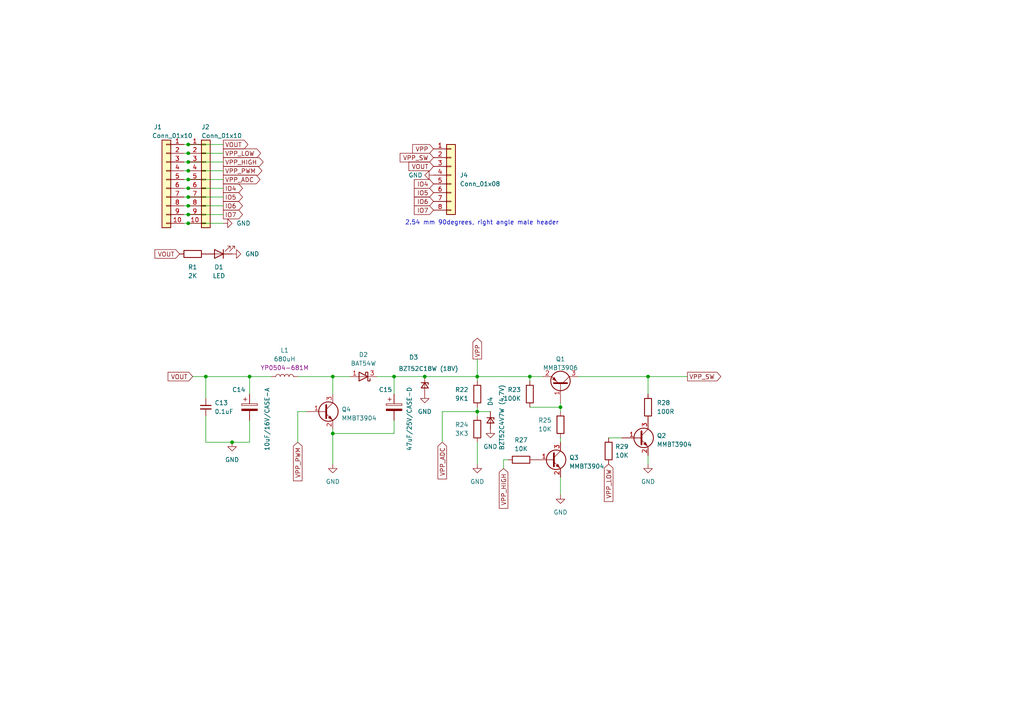
<source format=kicad_sch>
(kicad_sch (version 20231120) (generator "eeschema") (generator_version "8.0")
  (paper "A4")
  (lib_symbols
    (symbol "Connector_Generic:Conn_01x08" (pin_names (offset 1.016) hide)
      (property "Reference" "J" (at 0 10.16 0))
      (property "Value" "Conn_01x08" (at 0 -12.7 0))
      (symbol "Conn_01x08_1_1"
        (rectangle (start -1.27 -10.033) (end 0 -10.287) (stroke (width 0.1524)))
        (rectangle (start -1.27 -7.493) (end 0 -7.747) (stroke (width 0.1524)))
        (rectangle (start -1.27 -4.953) (end 0 -5.207) (stroke (width 0.1524)))
        (rectangle (start -1.27 -2.413) (end 0 -2.667) (stroke (width 0.1524)))
        (rectangle (start -1.27 0.127) (end 0 -0.127) (stroke (width 0.1524)))
        (rectangle (start -1.27 2.667) (end 0 2.413) (stroke (width 0.1524)))
        (rectangle (start -1.27 5.207) (end 0 4.953) (stroke (width 0.1524)))
        (rectangle (start -1.27 7.747) (end 0 7.493) (stroke (width 0.1524)))
        (rectangle (start -1.27 8.89) (end 1.27 -11.43) (stroke (width 0.254)) (fill (type background)))
        (pin passive line (at -5.08 7.62 0) (length 3.81) (name "Pin_1") (number "1"))
        (pin passive line (at -5.08 5.08 0) (length 3.81) (name "Pin_2") (number "2"))
        (pin passive line (at -5.08 2.54 0) (length 3.81) (name "Pin_3") (number "3"))
        (pin passive line (at -5.08 0 0) (length 3.81) (name "Pin_4") (number "4"))
        (pin passive line (at -5.08 -2.54 0) (length 3.81) (name "Pin_5") (number "5"))
        (pin passive line (at -5.08 -5.08 0) (length 3.81) (name "Pin_6") (number "6"))
        (pin passive line (at -5.08 -7.62 0) (length 3.81) (name "Pin_7") (number "7"))
        (pin passive line (at -5.08 -10.16 0) (length 3.81) (name "Pin_8") (number "8"))
      )
    )
    (symbol "Connector_Generic:Conn_01x10" (pin_names (offset 1.016) hide)
      (property "Reference" "J" (at 0 12.7 0))
      (property "Value" "Conn_01x10" (at 0 -15.24 0))
      (symbol "Conn_01x10_1_1"
        (rectangle (start -1.27 -12.573) (end 0 -12.827) (stroke (width 0.1524)))
        (rectangle (start -1.27 -10.033) (end 0 -10.287) (stroke (width 0.1524)))
        (rectangle (start -1.27 -7.493) (end 0 -7.747) (stroke (width 0.1524)))
        (rectangle (start -1.27 -4.953) (end 0 -5.207) (stroke (width 0.1524)))
        (rectangle (start -1.27 -2.413) (end 0 -2.667) (stroke (width 0.1524)))
        (rectangle (start -1.27 0.127) (end 0 -0.127) (stroke (width 0.1524)))
        (rectangle (start -1.27 2.667) (end 0 2.413) (stroke (width 0.1524)))
        (rectangle (start -1.27 5.207) (end 0 4.953) (stroke (width 0.1524)))
        (rectangle (start -1.27 7.747) (end 0 7.493) (stroke (width 0.1524)))
        (rectangle (start -1.27 10.287) (end 0 10.033) (stroke (width 0.1524)))
        (rectangle (start -1.27 11.43) (end 1.27 -13.97) (stroke (width 0.254)) (fill (type background)))
        (pin passive line (at -5.08 10.16 0) (length 3.81) (name "Pin_1") (number "1"))
        (pin passive line (at -5.08 -12.7 0) (length 3.81) (name "Pin_10") (number "10"))
        (pin passive line (at -5.08 7.62 0) (length 3.81) (name "Pin_2") (number "2"))
        (pin passive line (at -5.08 5.08 0) (length 3.81) (name "Pin_3") (number "3"))
        (pin passive line (at -5.08 2.54 0) (length 3.81) (name "Pin_4") (number "4"))
        (pin passive line (at -5.08 0 0) (length 3.81) (name "Pin_5") (number "5"))
        (pin passive line (at -5.08 -2.54 0) (length 3.81) (name "Pin_6") (number "6"))
        (pin passive line (at -5.08 -5.08 0) (length 3.81) (name "Pin_7") (number "7"))
        (pin passive line (at -5.08 -7.62 0) (length 3.81) (name "Pin_8") (number "8"))
        (pin passive line (at -5.08 -10.16 0) (length 3.81) (name "Pin_9") (number "9"))
      )
    )
    (symbol "Device:C_Polarized" (pin_numbers hide) (pin_names (offset 0.254))
      (property "Reference" "C" (at 0.635 2.54 0))
      (property "Value" "C_Polarized" (at 0.635 -2.54 0))
      (symbol "C_Polarized_0_1"
        (rectangle (start -2.286 0.508) (end 2.286 1.016))
        (polyline (pts (xy -1.778 2.286) (xy -0.762 2.286)))
        (polyline (pts (xy -1.27 2.794) (xy -1.27 1.778)))
        (rectangle (start 2.286 -0.508) (end -2.286 -1.016) (fill (type outline)))
      )
      (symbol "C_Polarized_1_1"
        (pin passive line (at 0 3.81 270) (length 2.794) (name "~") (number "1"))
        (pin passive line (at 0 -3.81 90) (length 2.794) (name "~") (number "2"))
      )
    )
    (symbol "Device:C_Small" (pin_numbers hide) (pin_names (offset 0.254) hide)
      (property "Reference" "C" (at 0.254 1.778 0))
      (property "Value" "C_Small" (at 0.254 -2.032 0))
      (symbol "C_Small_0_1"
        (polyline (pts (xy -1.524 -0.508) (xy 1.524 -0.508)) (stroke (width 0.3302)))
        (polyline (pts (xy -1.524 0.508) (xy 1.524 0.508)) (stroke (width 0.3048)))
      )
      (symbol "C_Small_1_1"
        (pin passive line (at 0 2.54 270) (length 2.032) (name "~") (number "1"))
        (pin passive line (at 0 -2.54 90) (length 2.032) (name "~") (number "2"))
      )
    )
    (symbol "Device:D_Zener_Small" (pin_numbers hide) (pin_names (offset 0.254) hide)
      (property "Reference" "D" (at 0 2.286 0))
      (property "Value" "D_Zener_Small" (at 0 -2.286 0))
      (symbol "D_Zener_Small_0_1"
        (polyline (pts (xy 0.762 0) (xy -0.762 0)))
        (polyline (pts (xy -0.254 1.016) (xy -0.762 1.016) (xy -0.762 -1.016)) (stroke (width 0.254)))
        (polyline (pts (xy 0.762 1.016) (xy -0.762 0) (xy 0.762 -1.016) (xy 0.762 1.016)) (stroke (width 0.254)))
      )
      (symbol "D_Zener_Small_1_1"
        (pin passive line (at -2.54 0 0) (length 1.778) (name "K") (number "1"))
        (pin passive line (at 2.54 0 180) (length 1.778) (name "A") (number "2"))
      )
    )
    (symbol "Device:L" (pin_numbers hide) (pin_names (offset 1.016) hide)
      (property "Reference" "L" (at -1.27 0 90))
      (property "Value" "L" (at 1.905 0 90))
      (symbol "L_0_1"
        (arc (start 0 -2.54) (mid 0.6323 -1.905) (end 0 -1.27))
        (arc (start 0 -1.27) (mid 0.6323 -0.635) (end 0 0))
        (arc (start 0 0) (mid 0.6323 0.635) (end 0 1.27))
        (arc (start 0 1.27) (mid 0.6323 1.905) (end 0 2.54))
      )
      (symbol "L_1_1"
        (pin passive line (at 0 3.81 270) (length 1.27) (name "1") (number "1"))
        (pin passive line (at 0 -3.81 90) (length 1.27) (name "2") (number "2"))
      )
    )
    (symbol "Device:LED" (pin_numbers hide) (pin_names (offset 1.016) hide)
      (property "Reference" "D" (at 0 2.54 0))
      (property "Value" "LED" (at 0 -2.54 0))
      (symbol "LED_0_1"
        (polyline (pts (xy -1.27 -1.27) (xy -1.27 1.27)) (stroke (width 0.254)))
        (polyline (pts (xy -1.27 0) (xy 1.27 0)))
        (polyline (pts (xy 1.27 -1.27) (xy 1.27 1.27) (xy -1.27 0) (xy 1.27 -1.27)) (stroke (width 0.254)))
        (polyline (pts (xy -3.048 -0.762) (xy -4.572 -2.286) (xy -3.81 -2.286) (xy -4.572 -2.286) (xy -4.572 -1.524)))
        (polyline (pts (xy -1.778 -0.762) (xy -3.302 -2.286) (xy -2.54 -2.286) (xy -3.302 -2.286) (xy -3.302 -1.524)))
      )
      (symbol "LED_1_1"
        (pin passive line (at -3.81 0 0) (length 2.54) (name "K") (number "1"))
        (pin passive line (at 3.81 0 180) (length 2.54) (name "A") (number "2"))
      )
    )
    (symbol "Device:R" (pin_numbers hide) (pin_names (offset 0))
      (property "Reference" "R" (at 2.032 0 90))
      (property "Value" "R" (at 0 0 90))
      (symbol "R_0_1"
        (rectangle (start -1.016 -2.54) (end 1.016 2.54) (stroke (width 0.254)))
      )
      (symbol "R_1_1"
        (pin passive line (at 0 3.81 270) (length 1.27) (name "~") (number "1"))
        (pin passive line (at 0 -3.81 90) (length 1.27) (name "~") (number "2"))
      )
    )
    (symbol "Diode:BAT54W" (pin_names (offset 1.016) hide)
      (property "Reference" "D" (at 0 2.54 0))
      (property "Value" "BAT54W" (at 0 -2.54 0))
      (symbol "BAT54W_0_1"
        (polyline (pts (xy 1.27 0) (xy -1.27 0)))
        (polyline (pts (xy 1.27 1.27) (xy 1.27 -1.27) (xy -1.27 0) (xy 1.27 1.27)) (stroke (width 0.254)))
        (polyline (pts (xy -1.905 0.635) (xy -1.905 1.27) (xy -1.27 1.27) (xy -1.27 -1.27) (xy -0.635 -1.27) (xy -0.635 -0.635)) (stroke (width 0.254)))
      )
      (symbol "BAT54W_1_1"
        (pin passive line (at 3.81 0 180) (length 2.54) (name "A") (number "1"))
        (pin no_connect line (at 0 0 90) (length 2.54) hide (name "NC") (number "2"))
        (pin passive line (at -3.81 0 0) (length 2.54) (name "K") (number "3"))
      )
    )
    (symbol "MMBT3904_1" (pin_names (offset 0) hide)
      (property "Reference" "Q" (at 5.08 1.905 0))
      (property "Value" "MMBT3904" (at 5.08 0 0))
      (symbol "MMBT3904_1_0_1"
        (polyline (pts (xy 0.635 0.635) (xy 2.54 2.54)))
        (polyline (pts (xy 0.635 -0.635) (xy 2.54 -2.54) (xy 2.54 -2.54)))
        (polyline (pts (xy 0.635 1.905) (xy 0.635 -1.905) (xy 0.635 -1.905)) (stroke (width 0.508)))
        (polyline (pts (xy 1.27 -1.778) (xy 1.778 -1.27) (xy 2.286 -2.286) (xy 1.27 -1.778) (xy 1.27 -1.778)) (fill (type outline)))
        (circle (center 1.27 0) (radius 2.8194) (stroke (width 0.254)))
      )
      (symbol "MMBT3904_1_1_1"
        (pin input line (at -5.08 0 0) (length 5.715) (name "B") (number "1"))
        (pin passive line (at 2.54 -5.08 90) (length 2.54) (name "E") (number "2"))
        (pin passive line (at 2.54 5.08 270) (length 2.54) (name "C") (number "3"))
      )
    )
    (symbol "MMBT3906_1" (pin_names (offset 0) hide)
      (property "Reference" "Q" (at 5.08 1.905 0))
      (property "Value" "MMBT3906" (at 5.08 0 0))
      (symbol "MMBT3906_1_0_1"
        (polyline (pts (xy 0.635 0.635) (xy 2.54 2.54)))
        (polyline (pts (xy 0.635 -0.635) (xy 2.54 -2.54) (xy 2.54 -2.54)))
        (polyline (pts (xy 0.635 1.905) (xy 0.635 -1.905) (xy 0.635 -1.905)) (stroke (width 0.508)))
        (polyline (pts (xy 2.286 -1.778) (xy 1.778 -2.286) (xy 1.27 -1.27) (xy 2.286 -1.778) (xy 2.286 -1.778)) (fill (type outline)))
        (circle (center 1.27 0) (radius 2.8194) (stroke (width 0.254)))
      )
      (symbol "MMBT3906_1_1_1"
        (pin input line (at -5.08 0 0) (length 5.715) (name "B") (number "1"))
        (pin passive line (at 2.54 -5.08 90) (length 2.54) (name "E") (number "2"))
        (pin passive line (at 2.54 5.08 270) (length 2.54) (name "C") (number "3"))
      )
    )
    (symbol "power:GND" (power) (pin_names (offset 0))
      (property "Value" "GND" (at 0 -3.81 0))
      (symbol "GND_0_1"
        (polyline (pts (xy 0 0) (xy 0 -1.27) (xy 1.27 -1.27) (xy 0 -2.54) (xy -1.27 -1.27) (xy 0 -1.27)))
      )
      (symbol "GND_1_1"
        (pin power_in line (at 0 0 270) (length 0) hide (name "GND") (number "1"))
      )
    )
  )
  (junction (at 187.96 109.22))
  (junction (at 59.69 109.22))
  (junction (at 54.61 46.99))
  (junction (at 138.43 119.38))
  (junction (at 138.43 109.22))
  (junction (at 54.61 44.45))
  (junction (at 54.61 52.07))
  (junction (at 54.61 41.91))
  (junction (at 162.56 118.11))
  (junction (at 67.31 128.27))
  (junction (at 96.52 109.22))
  (junction (at 54.61 64.77))
  (junction (at 54.61 62.23))
  (junction (at 72.39 109.22))
  (junction (at 54.61 57.15))
  (junction (at 54.61 54.61))
  (junction (at 54.61 49.53))
  (junction (at 153.67 109.22))
  (junction (at 114.3 109.22))
  (junction (at 96.52 125.73))
  (junction (at 54.61 59.69))
  (junction (at 123.19 109.22))
  (wire (pts (xy 96.52 125.73) (xy 96.52 124.46)))
  (wire (pts (xy 123.19 109.22) (xy 138.43 109.22)))
  (wire (pts (xy 138.43 119.38) (xy 138.43 118.11)))
  (wire (pts (xy 54.61 46.99) (xy 64.77 46.99)))
  (wire (pts (xy 54.61 44.45) (xy 64.77 44.45)))
  (wire (pts (xy 54.61 62.23) (xy 53.34 62.23)))
  (wire (pts (xy 114.3 121.92) (xy 114.3 125.73)))
  (wire (pts (xy 54.61 57.15) (xy 64.77 57.15)))
  (wire (pts (xy 187.96 114.3) (xy 187.96 109.22)))
  (wire (pts (xy 54.61 64.77) (xy 53.34 64.77)))
  (wire (pts (xy 86.36 128.27) (xy 86.36 119.38)))
  (wire (pts (xy 53.34 41.91) (xy 54.61 41.91)))
  (wire (pts (xy 86.36 119.38) (xy 88.9 119.38)))
  (wire (pts (xy 54.61 52.07) (xy 53.34 52.07)))
  (wire (pts (xy 96.52 114.3) (xy 96.52 109.22)))
  (wire (pts (xy 138.43 134.62) (xy 138.43 128.27)))
  (wire (pts (xy 138.43 119.38) (xy 142.24 119.38)))
  (wire (pts (xy 54.61 64.77) (xy 64.77 64.77)))
  (wire (pts (xy 59.69 109.22) (xy 72.39 109.22)))
  (wire (pts (xy 54.61 49.53) (xy 53.34 49.53)))
  (wire (pts (xy 138.43 119.38) (xy 138.43 120.65)))
  (wire (pts (xy 54.61 54.61) (xy 53.34 54.61)))
  (wire (pts (xy 146.05 133.35) (xy 147.32 133.35)))
  (wire (pts (xy 54.61 52.07) (xy 64.77 52.07)))
  (wire (pts (xy 67.31 128.27) (xy 72.39 128.27)))
  (wire (pts (xy 54.61 46.99) (xy 53.34 46.99)))
  (wire (pts (xy 153.67 109.22) (xy 157.48 109.22)))
  (wire (pts (xy 109.22 109.22) (xy 114.3 109.22)))
  (wire (pts (xy 167.64 109.22) (xy 187.96 109.22)))
  (wire (pts (xy 72.39 109.22) (xy 78.74 109.22)))
  (wire (pts (xy 162.56 127) (xy 162.56 128.27)))
  (wire (pts (xy 153.67 110.49) (xy 153.67 109.22)))
  (wire (pts (xy 138.43 104.14) (xy 138.43 109.22)))
  (wire (pts (xy 54.61 59.69) (xy 64.77 59.69)))
  (wire (pts (xy 54.61 62.23) (xy 64.77 62.23)))
  (wire (pts (xy 128.27 119.38) (xy 138.43 119.38)))
  (wire (pts (xy 138.43 110.49) (xy 138.43 109.22)))
  (wire (pts (xy 54.61 44.45) (xy 53.34 44.45)))
  (wire (pts (xy 176.53 127) (xy 180.34 127)))
  (wire (pts (xy 86.36 109.22) (xy 96.52 109.22)))
  (wire (pts (xy 101.6 109.22) (xy 96.52 109.22)))
  (wire (pts (xy 54.61 57.15) (xy 53.34 57.15)))
  (wire (pts (xy 96.52 134.62) (xy 96.52 125.73)))
  (wire (pts (xy 146.05 135.89) (xy 146.05 133.35)))
  (wire (pts (xy 59.69 128.27) (xy 59.69 120.65)))
  (wire (pts (xy 54.61 41.91) (xy 64.77 41.91)))
  (wire (pts (xy 59.69 128.27) (xy 67.31 128.27)))
  (wire (pts (xy 199.39 109.22) (xy 187.96 109.22)))
  (wire (pts (xy 114.3 109.22) (xy 114.3 114.3)))
  (wire (pts (xy 187.96 132.08) (xy 187.96 134.62)))
  (wire (pts (xy 72.39 109.22) (xy 72.39 114.3)))
  (wire (pts (xy 162.56 138.43) (xy 162.56 143.51)))
  (wire (pts (xy 55.88 109.22) (xy 59.69 109.22)))
  (wire (pts (xy 162.56 118.11) (xy 162.56 119.38)))
  (wire (pts (xy 162.56 118.11) (xy 162.56 116.84)))
  (wire (pts (xy 53.34 59.69) (xy 54.61 59.69)))
  (wire (pts (xy 59.69 115.57) (xy 59.69 109.22)))
  (wire (pts (xy 72.39 121.92) (xy 72.39 128.27)))
  (wire (pts (xy 153.67 118.11) (xy 162.56 118.11)))
  (wire (pts (xy 114.3 109.22) (xy 123.19 109.22)))
  (wire (pts (xy 96.52 125.73) (xy 114.3 125.73)))
  (wire (pts (xy 54.61 49.53) (xy 64.77 49.53)))
  (wire (pts (xy 128.27 128.27) (xy 128.27 119.38)))
  (wire (pts (xy 138.43 109.22) (xy 153.67 109.22)))
  (wire (pts (xy 54.61 54.61) (xy 64.77 54.61)))
  (text "2.54 mm 90degrees, right angle male header" (at 117.475 65.405 0) (effects (font (size 1.27 1.27)) (justify left bottom)))
  (global_label "IO4" (shape output) (at 64.77 54.61 0) (property "Intersheetrefs" "${INTERSHEET_REFS}" (effects (hide yes))))
  (global_label "IO7" (shape input) (at 125.73 60.96 180) (property "Intersheetrefs" "${INTERSHEET_REFS}" (effects (hide yes))))
  (global_label "VOUT" (shape input) (at 55.88 109.22 180) (property "Intersheetrefs" "${INTERSHEET_REFS}" (effects (hide yes))))
  (global_label "VPP" (shape output) (at 138.43 104.14 90) (property "Intersheetrefs" "${INTERSHEET_REFS}" (effects (hide yes))))
  (global_label "IO7" (shape output) (at 64.77 62.23 0) (property "Intersheetrefs" "${INTERSHEET_REFS}" (effects (hide yes))))
  (global_label "VPP_SW" (shape output) (at 199.39 109.22 0) (property "Intersheetrefs" "${INTERSHEET_REFS}" (effects (hide yes))))
  (global_label "VPP_HIGH" (shape output) (at 64.77 46.99 0) (property "Intersheetrefs" "${INTERSHEET_REFS}" (effects (hide yes))))
  (global_label "VPP" (shape input) (at 125.73 43.18 180) (property "Intersheetrefs" "${INTERSHEET_REFS}" (effects (hide yes))))
  (global_label "VOUT" (shape input) (at 125.73 48.26 180) (property "Intersheetrefs" "${INTERSHEET_REFS}" (effects (hide yes))))
  (global_label "IO5" (shape output) (at 64.77 57.15 0) (property "Intersheetrefs" "${INTERSHEET_REFS}" (effects (hide yes))))
  (global_label "VPP_ADC" (shape output) (at 64.77 52.07 0) (property "Intersheetrefs" "${INTERSHEET_REFS}" (effects (hide yes))))
  (global_label "IO5" (shape input) (at 125.73 55.88 180) (property "Intersheetrefs" "${INTERSHEET_REFS}" (effects (hide yes))))
  (global_label "VPP_PWM" (shape input) (at 86.36 128.27 270) (property "Intersheetrefs" "${INTERSHEET_REFS}" (effects (hide yes))))
  (global_label "VPP_ADC" (shape input) (at 128.27 128.27 270) (property "Intersheetrefs" "${INTERSHEET_REFS}" (effects (hide yes))))
  (global_label "VPP_LOW" (shape output) (at 64.77 44.45 0) (property "Intersheetrefs" "${INTERSHEET_REFS}" (effects (hide yes))))
  (global_label "IO4" (shape input) (at 125.73 53.34 180) (property "Intersheetrefs" "${INTERSHEET_REFS}" (effects (hide yes))))
  (global_label "VPP_LOW" (shape input) (at 176.53 134.62 270) (property "Intersheetrefs" "${INTERSHEET_REFS}" (effects (hide yes))))
  (global_label "VPP_PWM" (shape output) (at 64.77 49.53 0) (property "Intersheetrefs" "${INTERSHEET_REFS}" (effects (hide yes))))
  (global_label "IO6" (shape output) (at 64.77 59.69 0) (property "Intersheetrefs" "${INTERSHEET_REFS}" (effects (hide yes))))
  (global_label "VPP_HIGH" (shape input) (at 146.05 135.89 270) (property "Intersheetrefs" "${INTERSHEET_REFS}" (effects (hide yes))))
  (global_label "VPP_SW" (shape input) (at 125.73 45.72 180) (property "Intersheetrefs" "${INTERSHEET_REFS}" (effects (hide yes))))
  (global_label "VOUT" (shape input) (at 52.07 73.66 180) (property "Intersheetrefs" "${INTERSHEET_REFS}" (effects (hide yes))))
  (global_label "VOUT" (shape output) (at 64.77 41.91 0) (property "Intersheetrefs" "${INTERSHEET_REFS}" (effects (hide yes))))
  (global_label "IO6" (shape input) (at 125.73 58.42 180) (property "Intersheetrefs" "${INTERSHEET_REFS}" (effects (hide yes))))
  (symbol (lib_id "power:GND") (at 125.73 50.8 270) (unit 1)
    (property "Reference" "#PWR08" (effects (hide yes)))
    (property "Value" "GND" (at 122.555 50.8 90) (effects (justify right)))
  )
  (symbol (lib_name "MMBT3904_1") (lib_id "Transistor_BJT:MMBT3904") (at 185.42 127 0) (unit 1)
    (property "Reference" "Q2" (at 190.5 126.365 0) (effects (justify left)))
    (property "Value" "MMBT3904" (at 190.5 128.905 0) (effects (justify left)))
    (property "Footprint" "Package_TO_SOT_SMD:SOT-23" (effects (hide yes)))
    (property "Datasheet" "https://www.onsemi.com/pub/Collateral/2N3903-D.PDF" (effects (hide yes)))
  )
  (symbol (lib_id "Device:D_Zener_Small") (at 142.24 121.92 270) (unit 1)
    (property "Reference" "D4" (at 142.24 115.062 0) (effects (justify left)))
    (property "Value" "BZT52C4V7W (4.7V)" (at 145.542 111.506 0) (effects (justify left)))
    (property "Footprint" "Diode_SMD:D_SOD-123" (effects (hide yes)))
    (property "Description" "Zener diode, small symbol" (effects (hide yes)))
  )
  (symbol (lib_name "MMBT3904_1") (lib_id "Transistor_BJT:MMBT3904") (at 160.02 133.35 0) (unit 1)
    (property "Reference" "Q3" (at 165.1 132.715 0) (effects (justify left)))
    (property "Value" "MMBT3904" (at 165.1 135.255 0) (effects (justify left)))
    (property "Footprint" "Package_TO_SOT_SMD:SOT-23" (effects (hide yes)))
    (property "Datasheet" "https://www.onsemi.com/pub/Collateral/2N3903-D.PDF" (effects (hide yes)))
  )
  (symbol (lib_id "Device:D_Zener_Small") (at 123.19 111.76 270) (unit 1)
    (property "Reference" "D3" (at 118.618 103.632 90) (effects (justify left)))
    (property "Value" "BZT52C18W (18V)" (at 115.57 106.934 90) (effects (justify left)))
    (property "Footprint" "Diode_SMD:D_SOD-123" (effects (hide yes)))
    (property "Description" "Zener diode, small symbol" (effects (hide yes)))
  )
  (symbol (lib_id "Device:R") (at 138.43 124.46 0) (unit 1)
    (property "Reference" "R24" (at 135.89 123.19 0) (effects (justify right)))
    (property "Value" "3K3" (at 135.89 125.73 0) (effects (justify right)))
    (property "Footprint" "Resistor_SMD:R_0805_2012Metric" (effects (hide yes)))
  )
  (symbol (lib_id "Device:C_Polarized") (at 72.39 118.11 0) (unit 1)
    (property "Reference" "C14" (at 67.31 113.03 0) (effects (justify left)))
    (property "Value" "10uF/16V/CASE-A" (at 77.47 130.81 90) (effects (justify left)))
    (property "Footprint" "Capacitor_Tantalum_SMD:CP_EIA-3216-18_Kemet-A" (effects (hide yes)))
  )
  (symbol (lib_id "power:GND") (at 67.31 128.27 0) (unit 1)
    (property "Reference" "#PWR05" (effects (hide yes)))
    (property "Value" "GND" (at 67.31 133.35 0))
  )
  (symbol (lib_id "power:GND") (at 187.96 134.62 0) (unit 1)
    (property "Reference" "#PWR07" (effects (hide yes)))
    (property "Value" "GND" (at 187.96 139.7 0))
  )
  (symbol (lib_id "Device:R") (at 187.96 118.11 180) (unit 1)
    (property "Reference" "R28" (at 190.5 116.84 0) (effects (justify right)))
    (property "Value" "100R" (at 190.5 119.38 0) (effects (justify right)))
    (property "Footprint" "Resistor_SMD:R_0805_2012Metric" (effects (hide yes)))
  )
  (symbol (lib_id "Device:R") (at 151.13 133.35 270) (unit 1)
    (property "Reference" "R27" (at 151.13 127.635 90))
    (property "Value" "10K" (at 151.13 130.175 90))
    (property "Footprint" "Resistor_SMD:R_0805_2012Metric" (effects (hide yes)))
  )
  (symbol (lib_id "Device:R") (at 162.56 123.19 180) (unit 1)
    (property "Reference" "R25" (at 160.02 121.92 0) (effects (justify left)))
    (property "Value" "10K" (at 160.02 124.46 0) (effects (justify left)))
    (property "Footprint" "Resistor_SMD:R_0805_2012Metric" (effects (hide yes)))
  )
  (symbol (lib_id "power:GND") (at 142.24 124.46 0) (unit 1)
    (property "Reference" "#PWR09" (effects (hide yes)))
    (property "Value" "GND" (at 142.24 129.54 0))
  )
  (symbol (lib_id "Device:LED") (at 63.5 73.66 180) (unit 1)
    (property "Reference" "D1" (at 63.5 77.47 0))
    (property "Value" "LED" (at 63.5 80.01 0))
    (property "Footprint" "LED_SMD:LED_0805_2012Metric" (effects (hide yes)))
  )
  (symbol (lib_name "MMBT3906_1") (lib_id "Transistor_BJT:MMBT3906") (at 162.56 111.76 270) (mirror x) (unit 1)
    (property "Reference" "Q1" (at 162.56 104.14 90))
    (property "Value" "MMBT3906" (at 162.56 106.68 90))
    (property "Footprint" "Package_TO_SOT_SMD:SOT-23" (effects (hide yes)))
    (property "Datasheet" "https://www.onsemi.com/pub/Collateral/2N3906-D.PDF" (effects (hide yes)))
  )
  (symbol (lib_id "Connector_Generic:Conn_01x08") (at 130.81 50.8 0) (unit 1)
    (property "Reference" "J4" (at 133.35 50.8 0) (effects (justify left)))
    (property "Value" "Conn_01x08" (at 133.35 53.34 0) (effects (justify left)))
    (property "Footprint" "Connector_PinHeader_2.54mm:PinHeader_1x08_P2.54mm_Horizontal" (effects (hide yes)))
  )
  (symbol (lib_id "Device:C_Polarized") (at 114.3 118.11 0) (unit 1)
    (property "Reference" "C15" (at 109.855 113.03 0) (effects (justify left)))
    (property "Value" "47uF/25V/CASE-D" (at 118.745 130.81 90) (effects (justify left)))
    (property "Footprint" "Capacitor_Tantalum_SMD:CP_EIA-7343-31_Kemet-D" (effects (hide yes)))
  )
  (symbol (lib_id "power:GND") (at 123.19 114.3 0) (unit 1)
    (property "Reference" "#PWR010" (effects (hide yes)))
    (property "Value" "GND" (at 123.19 119.38 0))
  )
  (symbol (lib_id "Device:C_Small") (at 59.69 118.11 0) (unit 1)
    (property "Reference" "C13" (at 62.23 116.8463 0) (effects (justify left)))
    (property "Value" "0.1uF" (at 62.23 119.3863 0) (effects (justify left)))
    (property "Footprint" "Capacitor_SMD:C_0805_2012Metric_Pad1.18x1.45mm_HandSolder" (effects (hide yes)))
  )
  (symbol (lib_name "MMBT3904_1") (lib_id "Transistor_BJT:MMBT3904") (at 93.98 119.38 0) (unit 1)
    (property "Reference" "Q4" (at 99.06 118.745 0) (effects (justify left)))
    (property "Value" "MMBT3904" (at 99.06 121.285 0) (effects (justify left)))
    (property "Footprint" "Package_TO_SOT_SMD:SOT-23" (effects (hide yes)))
    (property "Datasheet" "https://www.onsemi.com/pub/Collateral/2N3903-D.PDF" (effects (hide yes)))
  )
  (symbol (lib_id "Device:R") (at 55.88 73.66 90) (unit 1)
    (property "Reference" "R1" (at 55.88 77.47 90))
    (property "Value" "2K" (at 55.88 80.01 90))
    (property "Footprint" "Resistor_SMD:R_0805_2012Metric" (effects (hide yes)))
  )
  (symbol (lib_id "Connector_Generic:Conn_01x10") (at 59.69 52.07 0) (unit 1)
    (property "Reference" "J2" (at 58.42 36.83 0) (effects (justify left)))
    (property "Value" "Conn_01x10" (at 58.42 39.37 0) (effects (justify left)))
    (property "Footprint" "Connector_PinHeader_2.54mm:PinHeader_1x10_P2.54mm_Vertical" (effects (hide yes)))
  )
  (symbol (lib_id "Device:R") (at 176.53 130.81 0) (unit 1)
    (property "Reference" "R29" (at 178.435 129.54 0) (effects (justify left)))
    (property "Value" "10K" (at 178.435 132.08 0) (effects (justify left)))
    (property "Footprint" "Resistor_SMD:R_0805_2012Metric" (effects (hide yes)))
  )
  (symbol (lib_id "Device:R") (at 138.43 114.3 0) (unit 1)
    (property "Reference" "R22" (at 135.89 113.03 0) (effects (justify right)))
    (property "Value" "9K1" (at 135.89 115.57 0) (effects (justify right)))
    (property "Footprint" "Resistor_SMD:R_0805_2012Metric" (effects (hide yes)))
  )
  (symbol (lib_id "power:GND") (at 67.31 73.66 90) (unit 1)
    (property "Reference" "#PWR02" (effects (hide yes)))
    (property "Value" "GND" (at 71.12 73.66 90) (effects (justify right)))
  )
  (symbol (lib_id "power:GND") (at 162.56 143.51 0) (unit 1)
    (property "Reference" "#PWR03" (effects (hide yes)))
    (property "Value" "GND" (at 162.56 148.59 0))
  )
  (symbol (lib_id "power:GND") (at 64.77 64.77 90) (unit 1)
    (property "Reference" "#PWR01" (effects (hide yes)))
    (property "Value" "GND" (at 68.58 64.77 90) (effects (justify right)))
  )
  (symbol (lib_id "Connector_Generic:Conn_01x10") (at 48.26 52.07 0) (mirror y) (unit 1)
    (property "Reference" "J1" (at 46.99 36.83 0) (effects (justify left)))
    (property "Value" "Conn_01x10" (at 55.88 39.37 0) (effects (justify left)))
    (property "Footprint" "Connector_PinSocket_2.54mm:PinSocket_1x10_P2.54mm_Horizontal" (effects (hide yes)))
  )
  (symbol (lib_id "Device:L") (at 82.55 109.22 90) (unit 1)
    (property "Reference" "L1" (at 82.55 101.6 90))
    (property "Value" "680uH" (at 82.55 104.14 90))
    (property "Footprint" "Library:L_YP0504" (effects (hide yes)))
    (property "MPN" "YP0504-681M" (at 82.55 106.68 90))
  )
  (symbol (lib_id "power:GND") (at 96.52 134.62 0) (unit 1)
    (property "Reference" "#PWR04" (effects (hide yes)))
    (property "Value" "GND" (at 96.52 139.7 0))
  )
  (symbol (lib_id "power:GND") (at 138.43 134.62 0) (unit 1)
    (property "Reference" "#PWR06" (effects (hide yes)))
    (property "Value" "GND" (at 138.43 139.7 0))
  )
  (symbol (lib_id "Device:R") (at 153.67 114.3 180) (unit 1)
    (property "Reference" "R23" (at 151.13 113.03 0) (effects (justify left)))
    (property "Value" "100K" (at 151.13 115.57 0) (effects (justify left)))
    (property "Footprint" "Resistor_SMD:R_0805_2012Metric" (effects (hide yes)))
  )
  (symbol (lib_id "Diode:BAT54W") (at 105.41 109.22 180) (unit 1)
    (property "Reference" "D2" (at 105.41 102.87 0))
    (property "Value" "BAT54W" (at 105.41 105.41 0))
    (property "Footprint" "Package_TO_SOT_SMD:SOT-23" (effects (hide yes)))
    (property "Datasheet" "https://assets.nexperia.com/documents/data-sheet/BAT54W_SER.pdf" (effects (hide yes)))
  )
)
</source>
